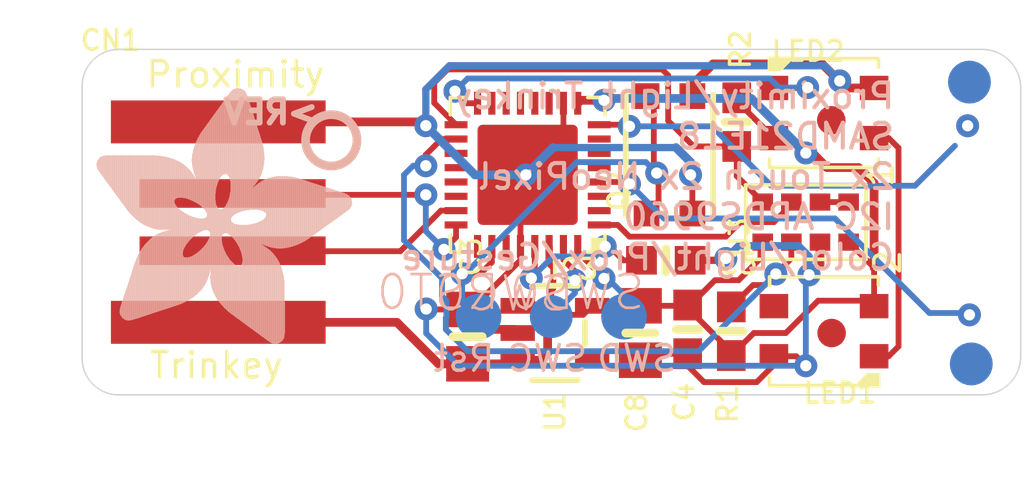
<source format=kicad_pcb>
(kicad_pcb (version 20211014) (generator pcbnew)
  (layers (0 "F.Cu" signal) (31 "B.Cu" signal) (34 "B.Paste" user) (35 "F.Paste" user) (36 "B.SilkS" user "B.Silkscreen") (37 "F.SilkS" user "F.Silkscreen") (38 "B.Mask" user) (39 "F.Mask" user) (44 "Edge.Cuts" user))
  (net 0 "")
  (net 1 "GND")
  (net 2 "D-")
  (net 3 "D+")
  (net 4 "VBUS")
  (net 5 "~{RESET}")
  (net 6 "3.3V")
  (net 7 "SWCLK")
  (net 8 "SWDIO")
  (net 9 "VDDCORE1")
  (net 10 "TOUCH2")
  (net 11 "TOUCH1")
  (net 12 "NEOPIX")
  (net 13 "SCL")
  (net 14 "SDA")
  (net 15 "INT")
  (net 16 "N$4")
  (net 17 "N$1")
  (footprint "boardEagle:BTN_KMR2_4.6X2.8" (layer "F.Cu") (at 152.62235 102.654144 90)
    (fp_text reference "Q2" (at -2.032 -1.778 90) (layer "F.SilkS") (effects (font (size 0.692831 0.692831) (thickness 0.119969)) (justify left)))
    (fp_text value "reset")
    (pad "A" smd rect (at 2.05 -0.8 90) (size 0.9 0.9) (layers "F.Cu" "F.Paste" "F.Mask") (net 5 "~{RESET}"))
    (pad "A'" smd rect (at -2.05 -0.8 90) (size 0.9 0.9) (layers "F.Cu" "F.Paste" "F.Mask") (net 5 "~{RESET}"))
    (pad "B" smd rect (at 2.05 0.8 90) (size 0.9 0.9) (layers "F.Cu" "F.Paste" "F.Mask") (net 1 "GND"))
    (pad "B'" smd rect (at -2.05 0.8 90) (size 0.9 0.9) (layers "F.Cu" "F.Paste" "F.Mask") (net 1 "GND"))
  )
  (footprint "boardEagle:0603-NO" (layer "F.Cu") (at 153.25735 108.750144 -90)
    (fp_text reference "C4" (at 1.778 0.127 90) (layer "F.SilkS") (effects (font (size 0.692831 0.692831) (thickness 0.119969)) (justify right)))
    (fp_text value "1uF")
    (pad "1" smd rect (at -0.85 0 270) (size 1.075 1) (layers "F.Cu" "F.Paste" "F.Mask") (net 6 "3.3V"))
    (pad "2" smd rect (at 0.85 0 270) (size 1.075 1) (layers "F.Cu" "F.Paste" "F.Mask") (net 1 "GND"))
  )
  (footprint "boardEagle:0805-NO" (layer "F.Cu") (at 145.57385 109.004144 90)
    (fp_text reference "C3" (at 2.032 0.127 90) (layer "F.SilkS") (effects (font (size 0.692831 0.692831) (thickness 0.119969)) (justify left)))
    (fp_text value "10uF")
    (pad "1" smd rect (at -0.95 0 90) (size 1.24 1.5) (layers "F.Cu" "F.Paste" "F.Mask") (net 4 "VBUS"))
    (pad "2" smd rect (at 0.95 0 90) (size 1.24 1.5) (layers "F.Cu" "F.Paste" "F.Mask") (net 1 "GND"))
  )
  (footprint "boardEagle:0603-NO" (layer "F.Cu") (at 154.97185 101.511144 90)
    (fp_text reference "R2" (at 1.778 0.127 90) (layer "F.SilkS") (effects (font (size 0.692831 0.692831) (thickness 0.119969)) (justify left)))
    (fp_text value "4.7K")
    (pad "1" smd rect (at -0.85 0 90) (size 1.075 1) (layers "F.Cu" "F.Paste" "F.Mask") (net 14 "SDA"))
    (pad "2" smd rect (at 0.85 0 90) (size 1.075 1) (layers "F.Cu" "F.Paste" "F.Mask") (net 6 "3.3V"))
  )
  (footprint "boardEagle:QFN32_5MM" (layer "F.Cu") (at 147.66935 103.352644 180)
    (fp_text reference "IC3" (at -2.54 -3.298) (layer "F.SilkS") (effects (font (size 0.692831 0.692831) (thickness 0.119969)) (justify right)))
    (fp_text value "ATSAMD21E")
    (pad "1" smd rect (at -2.5 -1.75 270) (size 0.25 0.8) (layers "F.Cu" "F.Paste") (net 15 "INT"))
    (pad "2" smd rect (at -2.5 -1.25 270) (size 0.25 0.8) (layers "F.Cu" "F.Paste"))
    (pad "3" smd rect (at -2.5 -0.75 270) (size 0.25 0.8) (layers "F.Cu" "F.Paste"))
    (pad "4" smd rect (at -2.5 -0.25 270) (size 0.25 0.8) (layers "F.Cu" "F.Paste") (net 10 "TOUCH2"))
    (pad "5" smd rect (at -2.5 0.25 270) (size 0.25 0.8) (layers "F.Cu" "F.Paste"))
    (pad "6" smd rect (at -2.5 0.75 270) (size 0.25 0.8) (layers "F.Cu" "F.Paste"))
    (pad "7" smd rect (at -2.5 1.25 270) (size 0.25 0.8) (layers "F.Cu" "F.Paste"))
    (pad "8" smd rect (at -2.5 1.75 270) (size 0.25 0.8) (layers "F.Cu" "F.Paste") (net 11 "TOUCH1"))
    (pad "9" smd rect (at -1.75 2.5) (size 0.25 0.8) (layers "F.Cu" "F.Paste") (net 6 "3.3V"))
    (pad "10" smd rect (at -1.25 2.5) (size 0.25 0.8) (layers "F.Cu" "F.Paste") (net 1 "GND"))
    (pad "11" smd rect (at -0.75 2.5) (size 0.25 0.8) (layers "F.Cu" "F.Paste"))
    (pad "12" smd rect (at -0.25 2.5) (size 0.25 0.8) (layers "F.Cu" "F.Paste"))
    (pad "13" smd rect (at 0.25 2.5) (size 0.25 0.8) (layers "F.Cu" "F.Paste"))
    (pad "14" smd rect (at 0.75 2.5) (size 0.25 0.8) (layers "F.Cu" "F.Paste"))
    (pad "15" smd rect (at 1.25 2.5) (size 0.25 0.8) (layers "F.Cu" "F.Paste"))
    (pad "16" smd rect (at 1.75 2.5) (size 0.25 0.8) (layers "F.Cu" "F.Paste") (net 12 "NEOPIX"))
    (pad "17" smd rect (at 2.5 1.75 90) (size 0.25 0.8) (layers "F.Cu" "F.Paste") (net 14 "SDA"))
    (pad "18" smd rect (at 2.5 1.25 90) (size 0.25 0.8) (layers "F.Cu" "F.Paste") (net 13 "SCL"))
    (pad "19" smd rect (at 2.5 0.75 90) (size 0.25 0.8) (layers "F.Cu" "F.Paste"))
    (pad "20" smd rect (at 2.5 0.25 90) (size 0.25 0.8) (layers "F.Cu" "F.Paste"))
    (pad "21" smd rect (at 2.5 -0.25 90) (size 0.25 0.8) (layers "F.Cu" "F.Paste"))
    (pad "22" smd rect (at 2.5 -0.75 90) (size 0.25 0.8) (layers "F.Cu" "F.Paste"))
    (pad "23" smd rect (at 2.5 -1.25 90) (size 0.25 0.8) (layers "F.Cu" "F.Paste") (net 2 "D-"))
    (pad "24" smd rect (at 2.5 -1.75 90) (size 0.25 0.8) (layers "F.Cu" "F.Paste") (net 3 "D+"))
    (pad "25" smd rect (at 1.75 -2.5 180) (size 0.25 0.8) (layers "F.Cu" "F.Paste"))
    (pad "26" smd rect (at 1.25 -2.5 180) (size 0.25 0.8) (layers "F.Cu" "F.Paste") (net 5 "~{RESET}"))
    (pad "27" smd rect (at 0.75 -2.5 180) (size 0.25 0.8) (layers "F.Cu" "F.Paste"))
    (pad "28" smd rect (at 0.25 -2.5 180) (size 0.25 0.8) (layers "F.Cu" "F.Paste") (net 1 "GND"))
    (pad "29" smd rect (at -0.25 -2.5 180) (size 0.25 0.8) (layers "F.Cu" "F.Paste") (net 9 "VDDCORE1"))
    (pad "30" smd rect (at -0.75 -2.5 180) (size 0.25 0.8) (layers "F.Cu" "F.Paste") (net 6 "3.3V"))
    (pad "31" smd rect (at -1.25 -2.5 180) (size 0.25 0.8) (layers "F.Cu" "F.Paste") (net 7 "SWCLK"))
    (pad "32" smd rect (at -1.75 -2.5 180) (size 0.25 0.8) (layers "F.Cu" "F.Paste") (net 8 "SWDIO"))
    (pad "33" smd roundrect (at 0 0 180) (size 3.5 3.5) (layers "F.Cu" "F.Mask") (roundrect_rratio 0.05) (net 1 "GND"))
  )
  (footprint "boardEagle:0805-NO" (layer "F.Cu") (at 151.60635 108.877144 -90)
    (fp_text reference "C8" (at 2.032 0.127 90) (layer "F.SilkS") (effects (font (size 0.692831 0.692831) (thickness 0.119969)) (justify right)))
    (fp_text value "10uF")
    (pad "1" smd rect (at -0.95 0 270) (size 1.24 1.5) (layers "F.Cu" "F.Paste" "F.Mask") (net 6 "3.3V"))
    (pad "2" smd rect (at 0.95 0 270) (size 1.24 1.5) (layers "F.Cu" "F.Paste" "F.Mask") (net 1 "GND"))
  )
  (footprint "boardEagle:FIDUCIAL_1MM" (layer "F.Cu") (at 158.28655 108.877144)
    (fp_text reference "FID2" hide)
    (fp_text value "FIDUCIAL_1MM" hide)
    (pad "1" smd roundrect (at 0 0) (size 1 1) (layers "F.Cu" "F.Mask") (roundrect_rratio 0.5))
  )
  (footprint "boardEagle:USBA_PCB" (layer "F.Cu") (at 137.06485 105.003644)
    (fp_text reference "CN1" (at -5.08 -6.35) (layer "F.SilkS") (effects (font (size 0.692831 0.692831) (thickness 0.119969)) (justify left)))
    (fp_text value "USB A")
    (pad "GND" smd rect (at -0.2 -3.5) (size 7.5 1.5) (layers "F.Cu" "F.Mask") (net 1 "GND"))
    (pad "USB_NEG" smd rect (at 0.3 1) (size 6.5 1) (layers "F.Cu" "F.Mask") (net 2 "D-"))
    (pad "USB_PLUS" smd rect (at 0.3 -1) (size 6.5 1) (layers "F.Cu" "F.Mask") (net 3 "D+"))
    (pad "VCC" smd rect (at -0.2 3.5) (size 7.5 1.5) (layers "F.Cu" "F.Mask") (net 4 "VBUS"))
  )
  (footprint "boardEagle:LED3535" (layer "F.Cu") (at 158.01985 108.813644 180)
    (fp_text reference "LED1" (at -1.905 -2.159) (layer "F.SilkS") (effects (font (size 0.692831 0.692831) (thickness 0.119969)) (justify right)))
    (fp_text value "WS2812B3535")
    (pad "1" smd rect (at -1.75 -0.875 270) (size 0.85 1) (layers "F.Cu" "F.Paste" "F.Mask") (net 17 "N$1"))
    (pad "2" smd rect (at -1.75 0.875 270) (size 0.85 1) (layers "F.Cu" "F.Paste" "F.Mask") (net 6 "3.3V"))
    (pad "3" smd rect (at 1.75 0.875 270) (size 0.85 1) (layers "F.Cu" "F.Paste" "F.Mask"))
    (pad "4" smd rect (at 1.75 -0.875 270) (size 0.85 1) (layers "F.Cu" "F.Paste" "F.Mask") (net 1 "GND"))
  )
  (footprint "boardEagle:0603-NO" (layer "F.Cu") (at 152.49535 106.337144)
    (fp_text reference "C5" (at 1.778 0.127) (layer "F.SilkS") (effects (font (size 0.692831 0.692831) (thickness 0.119969)) (justify left)))
    (fp_text value "1uF")
    (pad "1" smd rect (at -0.85 0) (size 1.075 1) (layers "F.Cu" "F.Paste" "F.Mask") (net 9 "VDDCORE1"))
    (pad "2" smd rect (at 0.85 0) (size 1.075 1) (layers "F.Cu" "F.Paste" "F.Mask") (net 1 "GND"))
  )
  (footprint "boardEagle:FIDUCIAL_1MM" (layer "F.Cu") (at 158.27385 101.447644)
    (fp_text reference "FID1" hide)
    (fp_text value "FIDUCIAL_1MM" hide)
    (pad "1" smd roundrect (at 0 0) (size 1 1) (layers "F.Cu" "F.Mask") (roundrect_rratio 0.5))
  )
  (footprint "boardEagle:APDS-9960" (layer "F.Cu") (at 157.38485 105.003644 90)
    (fp_text reference "U3" (at -1.3 -2.3 90) (layer "F.SilkS") (effects (font (size 0.692831 0.692831) (thickness 0.119969)) (justify left)))
    (fp_text value "APDS-9960")
    (pad "1" smd rect (at 0.7 -1.505 90) (size 0.6 0.72) (layers "F.Cu" "F.Paste" "F.Mask") (net 14 "SDA"))
    (pad "2" smd rect (at 0.7 -0.505 90) (size 0.6 0.72) (layers "F.Cu" "F.Paste" "F.Mask") (net 15 "INT"))
    (pad "3" smd rect (at 0.7 0.495 90) (size 0.6 0.72) (layers "F.Cu" "F.Paste" "F.Mask") (net 16 "N$4"))
    (pad "4" smd rect (at 0.7 1.495 90) (size 0.6 0.72) (layers "F.Cu" "F.Paste" "F.Mask") (net 16 "N$4"))
    (pad "5" smd rect (at -0.7 1.495 90) (size 0.6 0.72) (layers "F.Cu" "F.Paste" "F.Mask") (net 6 "3.3V"))
    (pad "6" smd rect (at -0.7 0.495 90) (size 0.6 0.72) (layers "F.Cu" "F.Paste" "F.Mask") (net 1 "GND"))
    (pad "7" smd rect (at -0.7 -0.505 90) (size 0.6 0.72) (layers "F.Cu" "F.Paste" "F.Mask") (net 13 "SCL"))
    (pad "8" smd rect (at -0.7 -1.505 90) (size 0.6 0.72) (layers "F.Cu" "F.Paste" "F.Mask") (net 6 "3.3V"))
  )
  (footprint "boardEagle:LED3535" (layer "F.Cu") (at 158.01985 101.193644)
    (fp_text reference "LED2" (at -1.905 -2.159) (layer "F.SilkS") (effects (font (size 0.692831 0.692831) (thickness 0.119969)) (justify left)))
    (fp_text value "WS2812B3535")
    (pad "1" smd rect (at -1.75 -0.875 90) (size 0.85 1) (layers "F.Cu" "F.Paste" "F.Mask") (net 12 "NEOPIX"))
    (pad "2" smd rect (at -1.75 0.875 90) (size 0.85 1) (layers "F.Cu" "F.Paste" "F.Mask") (net 6 "3.3V"))
    (pad "3" smd rect (at 1.75 0.875 90) (size 0.85 1) (layers "F.Cu" "F.Paste" "F.Mask") (net 17 "N$1"))
    (pad "4" smd rect (at 1.75 -0.875 90) (size 0.85 1) (layers "F.Cu" "F.Paste" "F.Mask") (net 1 "GND"))
  )
  (footprint "boardEagle:SOT23-5" (layer "F.Cu") (at 148.62185 108.877144 -90)
    (fp_text reference "U1" (at 1.978 0 90) (layer "F.SilkS") (effects (font (size 0.692831 0.692831) (thickness 0.119969)) (justify right)))
    (fp_text value "AP2112K-3.3")
    (pad "1" smd rect (at -0.95 1.3001 270) (size 0.55 1.2) (layers "F.Cu" "F.Paste" "F.Mask") (net 4 "VBUS"))
    (pad "2" smd rect (at 0 1.3001 270) (size 0.55 1.2) (layers "F.Cu" "F.Paste" "F.Mask") (net 1 "GND"))
    (pad "3" smd rect (at 0.95 1.3001 270) (size 0.55 1.2) (layers "F.Cu" "F.Paste" "F.Mask") (net 4 "VBUS"))
    (pad "4" smd rect (at 0.95 -1.3001 270) (size 0.55 1.2) (layers "F.Cu" "F.Paste" "F.Mask"))
    (pad "5" smd rect (at -0.95 -1.3001 270) (size 0.55 1.2) (layers "F.Cu" "F.Paste" "F.Mask") (net 6 "3.3V"))
  )
  (footprint "boardEagle:0603-NO" (layer "F.Cu") (at 154.78135 108.813644 -90)
    (fp_text reference "R1" (at 1.778 0.127 90) (layer "F.SilkS") (effects (font (size 0.692831 0.692831) (thickness 0.119969)) (justify right)))
    (fp_text value "4.7K")
    (pad "1" smd rect (at -0.85 0 270) (size 1.075 1) (layers "F.Cu" "F.Paste" "F.Mask") (net 13 "SCL"))
    (pad "2" smd rect (at 0.85 0 270) (size 1.075 1) (layers "F.Cu" "F.Paste" "F.Mask") (net 6 "3.3V"))
  )
  (footprint "boardEagle:ADAFRUIT_9MM" (layer "B.Cu") (at 132.61985 109.258144 90)
    (fp_text reference "U$10" hide)
    (fp_text value "" hide)
  )
  (footprint "boardEagle:TP15R" (layer "B.Cu") (at 148.49485 108.305644 180)
    (fp_text reference "SWC0" (at -0.7501 0.8001) (layer "B.SilkS") (effects (font (size 1.176528 1.176528) (thickness 0.093472)) (justify left mirror)))
    (fp_text value "TPTP15R")
    (pad "TP" smd roundrect (at 0 0 180) (size 1.5 1.5) (layers "B.Cu" "B.Mask") (roundrect_rratio 0.5) (net 7 "SWCLK"))
  )
  (footprint "boardEagle:PCBFEAT-REV-040" (layer "B.Cu") (at 140.81135 102.146144)
    (fp_text reference "U$8" hide)
    (fp_text value "" hide)
    (fp_text user ">REV" (at -0.3556 -0.508 180) (layer "B.SilkS") (effects (font (size 0.8128 0.8128) (thickness 0.2032)) (justify left bottom mirror)))
  )
  (footprint "boardEagle:TESTPOINT_ROUND_1.5MM_NO" (layer "B.Cu") (at 163.16335 109.956644 180)
    (fp_text reference "TP1" hide)
    (fp_text value "" hide)
    (pad "P$1" smd roundrect (at 0 0 180) (size 1.5 1.5) (layers "B.Cu" "B.Mask") (roundrect_rratio 0.5) (net 10 "TOUCH2"))
  )
  (footprint "boardEagle:TESTPOINT_ROUND_1.5MM_NO" (layer "B.Cu") (at 163.09985 100.114144 180)
    (fp_text reference "TP2" hide)
    (fp_text value "" hide)
    (pad "P$1" smd roundrect (at 0 0 180) (size 1.5 1.5) (layers "B.Cu" "B.Mask") (roundrect_rratio 0.5) (net 11 "TOUCH1"))
  )
  (footprint "boardEagle:TP16R" (layer "B.Cu") (at 145.95485 108.305644 180)
    (fp_text reference "RST0" (at -0.8001 0.8499) (layer "B.SilkS") (effects (font (size 1.176528 1.176528) (thickness 0.093472)) (justify left mirror)))
    (fp_text value "TPTP16R")
    (pad "TP" smd roundrect (at 0 0 180) (size 1.6 1.6) (layers "B.Cu" "B.Mask") (roundrect_rratio 0.5) (net 5 "~{RESET}"))
  )
  (footprint "boardEagle:TP16R" (layer "B.Cu") (at 151.03485 108.305644 180)
    (fp_text reference "SWD0" (at -0.8001 0.8499) (layer "B.SilkS") (effects (font (size 1.176528 1.176528) (thickness 0.093472)) (justify left mirror)))
    (fp_text value "TPTP16R")
    (pad "TP" smd roundrect (at 0 0 180) (size 1.6 1.6) (layers "B.Cu" "B.Mask") (roundrect_rratio 0.5) (net 8 "SWDIO"))
  )
  (gr_line (start 163.54035 111.036144) (end 133.38185 111.036144) (layer "Edge.Cuts") (width 0.05))
  (gr_arc (start 163.540268 98.971144) (mid 164.49492 99.366574) (end 164.89035 100.321226) (layer "Edge.Cuts") (width 0.05))
  (gr_arc (start 132.11185 100.241144) (mid 132.498824 99.336905) (end 133.41185 98.971144) (layer "Edge.Cuts") (width 0.05))
  (gr_line (start 164.89035 100.321226) (end 164.89035 109.686144) (layer "Edge.Cuts") (width 0.05))
  (gr_line (start 132.11185 109.766144) (end 132.11185 100.241144) (layer "Edge.Cuts") (width 0.05))
  (gr_line (start 133.41185 98.971144) (end 163.540268 98.971144) (layer "Edge.Cuts") (width 0.05))
  (gr_arc (start 164.89035 109.686144) (mid 164.494944 110.640738) (end 163.54035 111.036144) (layer "Edge.Cuts") (width 0.05))
  (gr_arc (start 133.38185 111.036144) (mid 132.483824 110.66417) (end 132.11185 109.766144) (layer "Edge.Cuts") (width 0.05))
  (gr_text "Rst" (at 145.44685 109.766144) (layer "B.SilkS") (effects (font (size 0.89408 0.89408) (thickness 0.12192)) (justify mirror)))
  (gr_text "SWC" (at 148.36785 109.766144) (layer "B.SilkS") (effects (font (size 0.89408 0.89408) (thickness 0.12192)) (justify mirror)))
  (gr_text "Proximity/Light Trinkey\nSAMD21E18\n2x Touch 2x NeoPixel\nI2C APDS9960\nColor/Light/Prox/Gesture" (at 160.55985 103.416144) (layer "B.SilkS") (effects (font (size 0.87376 0.87376) (thickness 0.14224)) (justify left mirror)))
  (gr_text "SWD" (at 151.47935 109.766144) (layer "B.SilkS") (effects (font (size 0.89408 0.89408) (thickness 0.12192)) (justify mirror)))
  (gr_text "2" (at 160.24235 106.400644 90) (layer "F.SilkS") (effects (font (size 0.89408 0.89408) (thickness 0.12192))))
  (gr_text "Trinkey" (at 134.39785 110.528144) (layer "F.SilkS") (effects (font (size 0.89408 0.89408) (thickness 0.12192)) (justify left bottom)))
  (gr_text "Proximity" (at 134.27085 100.368144) (layer "F.SilkS") (effects (font (size 0.89408 0.89408) (thickness 0.12192)) (justify left bottom)))
  (gr_text "1" (at 159.98835 103.352644 90) (layer "F.SilkS") (effects (font (size 0.89408 0.89408) (thickness 0.12192))))
  (segment (start 147.41935 105.852644) (end 147.41935 106.333144) (width 0.2032) (layer "F.Cu") (net 1))
  (segment (start 156.26985 109.992144) (end 155.67035 110.591644) (width 0.2032) (layer "F.Cu") (net 1))
  (segment (start 158.548659 100.071454) (end 158.40085 99.923644) (width 0.254) (layer "F.Cu") (net 1))
  (segment (start 145.19285 108.054144) (end 144.14125 108.054144) (width 0.2032) (layer "F.Cu") (net 1))
  (segment (start 153.35885 103.352644) (end 153.42235 103.416144) (width 0.2032) (layer "F.Cu") (net 1))
  (segment (start 148.91935 102.102644) (end 147.66935 103.352644) (width 0.2032) (layer "F.Cu") (net 1))
  (segment (start 148.91935 100.852644) (end 148.91935 102.102644) (width 0.2032) (layer "F.Cu") (net 1))
  (segment (start 158.57054 100.071454) (end 158.548659 100.071454) (width 0.254) (layer "F.Cu") (net 1))
  (segment (start 145.8901 108.370394) (end 146.26985 108.750144) (width 0.3048) (layer "F.Cu") (net 1))
  (segment (start 145.69835 108.054144) (end 145.95485 107.797644) (width 0.254) (layer "F.Cu") (net 1))
  (segment (start 153.42235 103.416144) (end 153.42235 104.704144) (width 0.2032) (layer "F.Cu") (net 1))
  (segment (start 158.65485 100.155763) (end 158.65485 100.177648) (width 0.254) (layer "F.Cu") (net 1))
  (segment (start 151.60635 109.827144) (end 151.83335 109.600144) (width 0.2032) (layer "F.Cu") (net 1))
  (segment (start 145.57385 108.054144) (end 145.69835 108.054144) (width 0.254) (layer "F.Cu") (net 1))
  (segment (start 158.79585 100.318644) (end 158.40085 99.923644) (width 0.3048) (layer "F.Cu") (net 1))
  (segment (start 154.52735 106.337144) (end 153.34535 106.337144) (width 0.254) (layer "F.Cu") (net 1))
  (segment (start 156.26985 109.688644) (end 156.36885 109.688644) (width 0.254) (layer "F.Cu") (net 1))
  (segment (start 153.25735 110.020144) (end 153.25735 109.600144) (width 0.2032) (layer "F.Cu") (net 1))
  (segment (start 159.76985 100.318644) (end 158.79585 100.318644) (width 0.3048) (layer "F.Cu") (net 1))
  (segment (start 144.11335 101.636394) (end 143.9806 101.503644) (width 0.3048) (layer "F.Cu") (net 1))
  (segment (start 157.49885 106.845144) (end 157.87985 106.464144) (width 0.3048) (layer "F.Cu") (net 1))
  (segment (start 157.053346 109.688644) (end 157.289596 109.924894) (width 0.2032) (layer "F.Cu") (net 1))
  (segment (start 153.42235 100.203144) (end 153.42235 100.604144) (width 0.3048) (layer "F.Cu") (net 1))
  (segment (start 153.82885 110.591644) (end 153.25735 110.020144) (width 0.2032) (layer "F.Cu") (net 1))
  (segment (start 146.26985 108.750144) (end 147.19475 108.750144) (width 0.3048) (layer "F.Cu") (net 1))
  (segment (start 155.67035 110.591644) (end 153.82885 110.591644) (width 0.2032) (layer "F.Cu") (net 1))
  (segment (start 147.66935 103.352644) (end 147.60585 103.352644) (width 0.254) (layer "F.Cu") (net 1))
  (segment (start 147.19475 108.750144) (end 147.32175 108.877144) (width 0.3048) (layer "F.Cu") (net 1))
  (segment (start 145.57385 108.054144) (end 145.19285 108.054144) (width 0.254) (layer "F.Cu") (net 1))
  (segment (start 158.57054 100.071454) (end 158.65485 100.155763) (width 0.254) (layer "F.Cu") (net 1))
  (segment (start 154.59085 106.273644) (end 154.52735 106.337144) (width 0.254) (layer "F.Cu") (net 1))
  (segment (start 147.41935 105.852644) (end 147.41935 103.539144) (width 0.2032) (layer "F.Cu") (net 1))
  (segment (start 153.25735 109.600144) (end 151.83335 109.600144) (width 0.2032) (layer "F.Cu") (net 1))
  (segment (start 158.40085 99.923644) (end 157.95635 99.479144) (width 0.3048) (layer "F.Cu") (net 1))
  (segment (start 147.605843 103.352651) (end 147.41935 103.539144) (width 0.2032) (layer "F.Cu") (net 1))
  (segment (start 147.66935 103.352644) (end 147.669343 103.352651) (width 0.254) (layer "F.Cu") (net 1))
  (segment (start 157.384846 110.020144) (end 157.289596 109.924894) (width 0.254) (layer "F.Cu") (net 1))
  (segment (start 145.95485 107.797644) (end 147.41935 106.333144) (width 0.2032) (layer "F.Cu") (net 1))
  (segment (start 154.14635 99.479144) (end 153.42235 100.203144) (width 0.3048) (layer "F.Cu") (net 1))
  (segment (start 157.87985 105.703644) (end 157.87985 106.464144) (width 0.3048) (layer "F.Cu") (net 1))
  (segment (start 143.9806 101.503644) (end 136.86485 101.503644) (width 0.3048) (layer "F.Cu") (net 1))
  (segment (start 156.26985 109.829644) (end 156.26985 109.992144) (width 0.2032) (layer "F.Cu") (net 1))
  (segment (start 156.26985 109.688644) (end 156.26985 109.829644) (width 0.254) (layer "F.Cu") (net 1))
  (segment (start 157.95635 99.479144) (end 154.14635 99.479144) (width 0.3048) (layer "F.Cu") (net 1))
  (segment (start 144.12605 108.038944) (end 144.14125 108.054144) (width 0.2032) (layer "F.Cu") (net 1))
  (segment (start 157.38485 110.020144) (end 157.384846 110.020144) (width 0.254) (layer "F.Cu") (net 1))
  (segment (start 147.669343 103.352651) (end 147.605843 103.352651) (width 0.254) (layer "F.Cu") (net 1))
  (segment (start 156.36885 109.688644) (end 157.053346 109.688644) (width 0.2032) (layer "F.Cu") (net 1))
  (segment (start 145.57385 108.054144) (end 145.8901 108.370394) (width 0.254) (layer "F.Cu") (net 1))
  (via (at 154.59085 106.273644) (size 0.8001) (drill 0.3937) (layers "F.Cu" "B.Cu") (net 1))
  (via (at 144.11335 101.636394) (size 0.8001) (drill 0.3937) (layers "F.Cu" "B.Cu") (net 1))
  (via (at 153.35885 103.352644) (size 0.8001) (drill 0.3937) (layers "F.Cu" "B.Cu") (net 1))
  (via (at 157.49885 106.845144) (size 0.8001) (drill 0.3937) (layers "F.Cu" "B.Cu") (net 1))
  (via (at 157.38485 110.020144) (size 0.8001) (drill 0.3937) (layers "F.Cu" "B.Cu") (net 1))
  (via (at 144.12605 108.038944) (size 0.8001) (drill 0.3937) (layers "F.Cu" "B.Cu") (net 1))
  (via (at 158.57054 100.071454) (size 0.8001) (drill 0.3937) (layers "F.Cu" "B.Cu") (net 1))
  (via (at 147.60585 103.352644) (size 0.8001) (drill 0.3937) (layers "F.Cu" "B.Cu") (net 1))
  (segment (start 154.59085 106.273644) (end 155.03535 105.829144) (width 0.254) (layer "B.Cu") (net 1))
  (segment (start 144.93885 99.542644) (end 144.11335 100.368144) (width 0.254) (layer "B.Cu") (net 1))
  (segment (start 153.35885 102.908144) (end 153.35885 103.352644) (width 0.3048) (layer "B.Cu") (net 1))
  (segment (start 158.570537 100.071454) (end 158.041731 99.542644) (width 0.254) (layer "B.Cu") (net 1))
  (segment (start 158.57054 100.071454) (end 158.570537 100.071454) (width 0.254) (layer "B.Cu") (net 1))
  (segment (start 144.93885 99.542644) (end 158.041731 99.542644) (width 0.254) (layer "B.Cu") (net 1))
  (segment (start 145.8296 103.352644) (end 144.11335 101.636394) (width 0.3048) (layer "B.Cu") (net 1))
  (segment (start 147.60585 103.352644) (end 147.22485 103.352644) (width 0.254) (layer "B.Cu") (net 1))
  (segment (start 145.25635 110.020144) (end 144.12605 108.889844) (width 0.2032) (layer "B.Cu") (net 1))
  (segment (start 157.130853 105.829144) (end 157.498846 106.19714) (width 0.254) (layer "B.Cu") (net 1))
  (segment (start 157.498846 106.19714) (end 157.49885 106.845144) (width 0.254) (layer "B.Cu") (net 1))
  (segment (start 148.55835 102.400144) (end 152.85085 102.400144) (width 0.254) (layer "B.Cu") (net 1))
  (segment (start 157.38485 110.020144) (end 157.13085 110.020144) (width 0.254) (layer "B.Cu") (net 1))
  (segment (start 157.38485 109.829644) (end 157.38485 106.959144) (width 0.2032) (layer "B.Cu") (net 1))
  (segment (start 147.22485 103.352644) (end 145.8296 103.352644) (width 0.3048) (layer "B.Cu") (net 1))
  (segment (start 157.38485 110.020144) (end 157.38485 109.829644) (width 0.254) (layer "B.Cu") (net 1))
  (segment (start 144.12605 108.889844) (end 144.12605 108.038944) (width 0.2032) (layer "B.Cu") (net 1))
  (segment (start 147.60585 103.352644) (end 147.73285 103.225644) (width 0.254) (layer "B.Cu") (net 1))
  (segment (start 157.130853 105.829144) (end 155.03535 105.829144) (width 0.254) (layer "B.Cu") (net 1))
  (segment (start 157.38485 106.959144) (end 157.49885 106.845144) (width 0.2032) (layer "B.Cu") (net 1))
  (segment (start 144.11335 101.636394) (end 144.11335 100.368144) (width 0.254) (layer "B.Cu") (net 1))
  (segment (start 147.73285 103.225644) (end 148.55835 102.400144) (width 0.3048) (layer "B.Cu") (net 1))
  (segment (start 153.35885 102.908144) (end 152.85085 102.400144) (width 0.3048) (layer "B.Cu") (net 1))
  (segment (start 157.13085 110.020144) (end 145.25635 110.020144) (width 0.2032) (layer "B.Cu") (net 1))
  (segment (start 145.16935 104.602644) (end 144.64135 104.602644) (width 0.2032) (layer "F.Cu") (net 2))
  (segment (start 137.380846 106.01964) (end 137.36485 106.003644) (width 0.2032) (layer "F.Cu") (net 2))
  (segment (start 144.64135 104.602644) (end 143.224353 106.019637) (width 0.2032) (layer "F.Cu") (net 2))
  (segment (start 143.224353 106.019637) (end 137.380846 106.01964) (width 0.2032) (layer "F.Cu") (net 2))
  (segment (start 138.08085 103.987644) (end 137.38085 103.987644) (width 0.2032) (layer "F.Cu") (net 3))
  (segment (start 138.14435 104.051144) (end 138.08085 103.987644) (width 0.2032) (layer "F.Cu") (net 3))
  (segment (start 145.16935 105.102644) (end 145.16935 105.535144) (width 0.2032) (layer "F.Cu") (net 3))
  (segment (start 144.11295 104.051144) (end 143.92285 104.051144) (width 0.254) (layer "F.Cu") (net 3))
  (segment (start 137.38085 103.987644) (end 137.36485 104.003644) (width 0.2032) (layer "F.Cu") (net 3))
  (segment (start 143.92285 104.051144) (end 138.14435 104.051144) (width 0.2032) (layer "F.Cu") (net 3))
  (segment (start 145.16935 105.535144) (end 144.74835 105.956144) (width 0.2032) (layer "F.Cu") (net 3))
  (via (at 144.11295 104.051144) (size 0.8001) (drill 0.3937) (layers "F.Cu" "B.Cu") (net 3))
  (via (at 144.74835 105.956144) (size 0.8001) (drill 0.3937) (layers "F.Cu" "B.Cu") (net 3))
  (segment (start 144.74835 105.956144) (end 144.11295 105.320744) (width 0.2032) (layer "B.Cu") (net 3))
  (segment (start 144.11295 105.320744) (end 144.11295 104.051144) (width 0.2032) (layer "B.Cu") (net 3))
  (segment (start 148.05285 107.927144) (end 147.32175 107.927144) (width 0.3048) (layer "F.Cu") (net 4))
  (segment (start 148.11635 109.827144) (end 148.36785 109.575644) (width 0.3048) (layer "F.Cu") (net 4))
  (segment (start 147.47885 109.827144) (end 148.11635 109.827144) (width 0.3048) (layer "F.Cu") (net 4))
  (segment (start 148.36785 108.242144) (end 148.05285 107.927144) (width 0.3048) (layer "F.Cu") (net 4))
  (segment (start 147.32175 109.827144) (end 147.47885 109.827144) (width 0.254) (layer "F.Cu") (net 4))
  (segment (start 136.86485 108.503644) (end 143.10485 108.503644) (width 0.3048) (layer "F.Cu") (net 4))
  (segment (start 147.19475 109.954144) (end 145.57385 109.954144) (width 0.3048) (layer "F.Cu") (net 4))
  (segment (start 144.55535 109.954144) (end 145.57385 109.954144) (width 0.3048) (layer "F.Cu") (net 4))
  (segment (start 148.36785 109.575644) (end 148.36785 108.242144) (width 0.3048) (layer "F.Cu") (net 4))
  (segment (start 147.32175 109.827144) (end 147.19475 109.954144) (width 0.254) (layer "F.Cu") (net 4))
  (segment (start 143.10485 108.503644) (end 144.55535 109.954144) (width 0.3048) (layer "F.Cu") (net 4))
  (segment (start 152.17785 103.289144) (end 152.24135 103.352644) (width 0.2032) (layer "F.Cu") (net 5))
  (segment (start 151.82235 100.604144) (end 152.07635 100.858144) (width 0.2032) (layer "F.Cu") (net 5))
  (segment (start 152.07635 100.858144) (end 152.07635 103.289144) (width 0.2032) (layer "F.Cu") (net 5))
  (segment (start 146.41935 105.852644) (end 146.41935 106.404244) (width 0.2032) (layer "F.Cu") (net 5))
  (segment (start 146.41935 106.404244) (end 146.01835 106.805244) (width 0.2032) (layer "F.Cu") (net 5))
  (segment (start 151.82235 104.704144) (end 152.24135 104.285144) (width 0.2032) (layer "F.Cu") (net 5))
  (segment (start 145.38335 106.805244) (end 146.01835 106.805244) (width 0.2032) (layer "F.Cu") (net 5))
  (segment (start 152.24135 103.352644) (end 152.24135 104.285144) (width 0.2032) (layer "F.Cu") (net 5))
  (segment (start 152.07635 103.289144) (end 152.17785 103.289144) (width 0.2032) (layer "F.Cu") (net 5))
  (via (at 145.38335 106.805244) (size 0.8001) (drill 0.3937) (layers "F.Cu" "B.Cu") (net 5))
  (via (at 152.17785 103.289144) (size 0.8001) (drill 0.3937) (layers "F.Cu" "B.Cu") (net 5))
  (segment (start 151.79685 102.908144) (end 152.17785 103.289144) (width 0.2032) (layer "B.Cu") (net 5))
  (segment (start 145.38335 106.805244) (end 145.48675 106.805244) (width 0.2032) (layer "B.Cu") (net 5))
  (segment (start 145.38335 107.734144) (end 145.38335 106.805244) (width 0.2032) (layer "B.Cu") (net 5))
  (segment (start 145.48675 106.805244) (end 149.38385 102.908144) (width 0.2032) (layer "B.Cu") (net 5))
  (segment (start 151.79685 102.908144) (end 149.38385 102.908144) (width 0.2032) (layer "B.Cu") (net 5))
  (segment (start 145.95485 108.305644) (end 145.38335 107.734144) (width 0.254) (layer "B.Cu") (net 5))
  (segment (start 154.78135 109.528594) (end 153.25735 108.004594) (width 0.2032) (layer "F.Cu") (net 6))
  (segment (start 149.41935 100.852644) (end 149.52285 100.749144) (width 0.3048) (layer "F.Cu") (net 6))
  (segment (start 159.76985 106.593644) (end 159.76985 107.938644) (width 0.2032) (layer "F.Cu") (net 6))
  (segment (start 157.32135 102.590644) (end 156.85585 102.125144) (width 0.254) (layer "F.Cu") (net 6))
  (segment (start 148.41935 106.424544) (end 148.41935 106.460456) (width 0.2032) (layer "F.Cu") (net 6))
  (segment (start 154.213375 107.032119) (end 155.038875 107.032119) (width 0.2032) (layer "F.Cu") (net 6))
  (segment (start 155.800875 105.571619) (end 155.737375 105.635119) (width 0.2032) (layer "F.Cu") (net 6))
  (segment (start 155.56785 108.877144) (end 156.68635 108.877144) (width 0.2032) (layer "F.Cu") (net 6))
  (segment (start 151.60635 107.927144) (end 153.23035 107.927144) (width 0.2032) (layer "F.Cu") (net 6))
  (segment (start 148.41935 106.460456) (end 148.565743 106.60685) (width 0.2032) (layer "F.Cu") (net 6))
  (segment (start 158.12535 103.098644) (end 159.22635 103.098644) (width 0.3048) (layer "F.Cu") (net 6))
  (segment (start 155.800875 106.270119) (end 155.038875 107.032119) (width 0.2032) (layer "F.Cu") (net 6))
  (segment (start 156.85585 102.125144) (end 156.32635 102.125144) (width 0.3048) (layer "F.Cu") (net 6))
  (segment (start 155.737375 105.635119) (end 155.87985 105.635119) (width 0.2032) (layer "F.Cu") (net 6))
  (segment (start 159.22635 103.098644) (end 159.76985 103.642144) (width 0.3048) (layer "F.Cu") (net 6))
  (segment (start 156.26985 102.068644) (end 156.32635 102.125144) (width 0.3048) (layer "F.Cu") (net 6))
  (segment (start 157.38485 102.590644) (end 157.44835 102.654144) (width 0.3048) (layer "F.Cu") (net 6))
  (segment (start 154.213375 107.032119) (end 153.34535 107.900144) (width 0.2032) (layer "F.Cu") (net 6))
  (segment (start 157.38485 102.590644) (end 157.32135 102.590644) (width 0.254) (layer "F.Cu") (net 6))
  (segment (start 148.49485 107.670644) (end 149.06635 108.242144) (width 0.2032) (layer "F.Cu") (net 6))
  (segment (start 155.800875 105.571619) (end 155.800875 106.270119) (width 0.2032) (layer "F.Cu") (net 6))
  (segment (start 158.12535 103.098644) (end 157.68085 102.654144) (width 0.3048) (layer "F.Cu") (net 6))
  (segment (start 157.81535 107.748144) (end 159.57935 107.748144) (width 0.2032) (layer "F.Cu") (net 6))
  (segment (start 148.49485 107.388669) (end 148.49485 107.670644) (width 0.2032) (layer "F.Cu") (net 6))
  (segment (start 158.87985 105.703644) (end 159.76985 106.593644) (width 0.2032) (layer "F.Cu") (net 6))
  (segment (start 159.57935 107.748144) (end 159.76985 107.938644) (width 0.2032) (layer "F.Cu") (net 6))
  (segment (start 149.06635 108.242144) (end 149.60695 108.242144) (width 0.2032) (layer "F.Cu") (net 6))
  (segment (start 153.25735 108.004594) (end 153.25735 107.900144) (width 0.2032) (layer "F.Cu") (net 6))
  (segment (start 148.565743 106.60685) (end 148.565743 107.317775) (width 0.2032) (layer "F.Cu") (net 6))
  (segment (start 149.52285 100.749144) (end 150.33635 100.749144) (width 0.3048) (layer "F.Cu") (net 6))
  (segment (start 154.78135 109.663644) (end 155.56785 108.877144) (width 0.2032) (layer "F.Cu") (net 6))
  (segment (start 149.60695 108.242144) (end 149.92195 107.927144) (width 0.2032) (layer "F.Cu") (net 6))
  (segment (start 149.92195 107.927144) (end 151.60635 107.927144) (width 0.3048) (layer "F.Cu") (net 6))
  (segment (start 154.97185 100.661144) (end 154.97185 100.770644) (width 0.2032) (layer "F.Cu") (net 6))
  (segment (start 148.565743 107.317775) (end 148.49485 107.388669) (width 0.2032) (layer "F.Cu") (net 6))
  (segment (start 153.23035 107.927144) (end 153.25735 107.900144) (width 0.2032) (layer "F.Cu") (net 6))
  (segment (start 148.41935 105.852644) (end 148.41935 106.424544) (width 0.254) (layer "F.Cu") (net 6))
  (segment (start 156.68635 108.877144) (end 157.81535 107.748144) (width 0.2032) (layer "F.Cu") (net 6))
  (segment (start 159.76985 103.642144) (end 159.76985 106.593644) (width 0.3048) (layer "F.Cu") (net 6))
  (segment (start 154.97185 100.770644) (end 156.26985 102.068644) (width 0.2032) (layer "F.Cu") (net 6))
  (segment (start 155.87985 105.635119) (end 155.87985 105.703644) (width 0.2032) (layer "F.Cu") (net 6))
  (segment (start 153.25735 107.900144) (end 153.34535 107.900144) (width 0.2032) (layer "F.Cu") (net 6))
  (segment (start 154.78135 109.663644) (end 154.78135 109.528594) (width 0.2032) (layer "F.Cu") (net 6))
  (segment (start 157.68085 102.654144) (end 157.44835 102.654144) (width 0.3048) (layer "F.Cu") (net 6))
  (via (at 157.38485 102.590644) (size 0.8001) (drill 0.3937) (layers "F.Cu" "B.Cu") (net 6))
  (via (at 150.33635 100.749144) (size 0.8001) (drill 0.3937) (layers "F.Cu" "B.Cu") (net 6))
  (segment (start 155.47985 100.685644) (end 157.38485 102.590644) (width 0.3048) (layer "B.Cu") (net 6))
  (segment (start 155.47985 100.685644) (end 150.39985 100.685644) (width 0.3048) (layer "B.Cu") (net 6))
  (segment (start 150.33635 100.749144) (end 150.39985 100.685644) (width 0.3048) (layer "B.Cu") (net 6))
  (segment (start 149.32035 106.718144) (end 148.91935 106.317144) (width 0.2032) (layer "F.Cu") (net 7))
  (segment (start 149.32035 106.718144) (end 149.32035 107.035644) (width 0.2032) (layer "F.Cu") (net 7))
  (segment (start 148.91935 105.852644) (end 148.91935 106.317144) (width 0.2032) (layer "F.Cu") (net 7))
  (via (at 149.32035 107.035644) (size 0.8001) (drill 0.3937) (layers "F.Cu" "B.Cu") (net 7))
  (segment (start 149.32035 107.480144) (end 148.49485 108.305644) (width 0.2032) (layer "B.Cu") (net 7))
  (segment (start 149.32035 107.035644) (end 149.32035 107.480144) (width 0.2032) (layer "B.Cu") (net 7))
  (segment (start 150.33635 106.972144) (end 150.33635 106.960144) (width 0.2032) (layer "F.Cu") (net 8))
  (segment (start 149.41935 105.852644) (end 149.41935 106.043144) (width 0.2032) (layer "F.Cu") (net 8))
  (segment (start 150.33635 106.960144) (end 149.41935 106.043144) (width 0.2032) (layer "F.Cu") (net 8))
  (via (at 150.33635 106.972144) (size 0.8001) (drill 0.3937) (layers "F.Cu" "B.Cu") (net 8))
  (segment (start 150.33635 106.972144) (end 150.46335 106.972144) (width 0.2032) (layer "B.Cu") (net 8))
  (segment (start 151.03485 107.543644) (end 150.46335 106.972144) (width 0.2032) (layer "B.Cu") (net 8))
  (segment (start 151.03485 107.543644) (end 151.03485 108.305644) (width 0.2032) (layer "B.Cu") (net 8))
  (segment (start 147.91935 106.840356) (end 147.79739 106.962315) (width 0.2032) (layer "F.Cu") (net 9))
  (segment (start 147.91935 105.852644) (end 147.91935 106.840356) (width 0.2032) (layer "F.Cu") (net 9))
  (segment (start 151.01035 106.337144) (end 150.525443 105.852237) (width 0.2032) (layer "F.Cu") (net 9))
  (segment (start 151.64535 106.337144) (end 151.01035 106.337144) (width 0.2032) (layer "F.Cu") (net 9))
  (segment (start 150.525443 105.852237) (end 150.378631 105.852237) (width 0.2032) (layer "F.Cu") (net 9))
  (via (at 150.378631 105.852237) (size 0.8001) (drill 0.3937) (layers "F.Cu" "B.Cu") (net 9))
  (via (at 147.79739 106.962315) (size 0.8001) (drill 0.3937) (layers "F.Cu" "B.Cu") (net 9))
  (segment (start 150.030553 106.200315) (end 150.378631 105.852237) (width 0.2032) (layer "B.Cu") (net 9))
  (segment (start 150.030553 106.200315) (end 148.55939 106.200315) (width 0.2032) (layer "B.Cu") (net 9))
  (segment (start 147.79739 106.962315) (end 148.55939 106.200315) (width 0.2032) (layer "B.Cu") (net 9))
  (segment (start 150.16935 103.602644) (end 151.15785 103.602644) (width 0.2032) (layer "F.Cu") (net 10))
  (segment (start 151.15785 103.602644) (end 151.22535 103.670144) (width 0.2032) (layer "F.Cu") (net 10))
  (via (at 163.09985 108.242144) (size 0.8001) (drill 0.3937) (layers "F.Cu" "B.Cu") (net 10))
  (via (at 151.22535 103.670144) (size 0.8001) (drill 0.3937) (layers "F.Cu" "B.Cu") (net 10))
  (segment (start 161.702853 108.178644) (end 163.099846 108.178644) (width 0.2032) (layer "B.Cu") (net 10))
  (segment (start 152.43185 104.876644) (end 151.22535 103.670144) (width 0.2032) (layer "B.Cu") (net 10))
  (segment (start 158.40085 104.876644) (end 161.702853 108.178644) (width 0.2032) (layer "B.Cu") (net 10))
  (segment (start 152.43185 104.876644) (end 158.40085 104.876644) (width 0.2032) (layer "B.Cu") (net 10))
  (segment (start 150.16935 101.602644) (end 151.1706 101.602644) (width 0.2032) (layer "F.Cu") (net 11))
  (segment (start 151.1706 101.602644) (end 151.22535 101.657394) (width 0.2032) (layer "F.Cu") (net 11))
  (via (at 163.03635 101.638144) (size 0.8001) (drill 0.3937) (layers "F.Cu" "B.Cu") (net 11))
  (via (at 151.22535 101.657394) (size 0.8001) (drill 0.3937) (layers "F.Cu" "B.Cu") (net 11))
  (segment (start 154.1021 101.657394) (end 156.17835 103.733644) (width 0.2032) (layer "B.Cu") (net 11))
  (segment (start 161.194853 103.733641) (end 162.591846 102.336648) (width 0.2032) (layer "B.Cu") (net 11))
  (segment (start 156.17835 103.733644) (end 161.194853 103.733641) (width 0.2032) (layer "B.Cu") (net 11))
  (segment (start 151.22535 101.657394) (end 154.1021 101.657394) (width 0.2032) (layer "B.Cu") (net 11))
  (segment (start 156.26985 100.318644) (end 157.43435 100.318644) (width 0.2032) (layer "F.Cu") (net 12))
  (segment (start 145.91935 100.852644) (end 145.55035 100.852644) (width 0.2032) (layer "F.Cu") (net 12))
  (segment (start 145.55035 100.852644) (end 145.12935 100.431644) (width 0.2032) (layer "F.Cu") (net 12))
  (segment (start 157.43435 100.318644) (end 157.44835 100.304644) (width 0.2032) (layer "F.Cu") (net 12))
  (via (at 157.44835 100.304644) (size 0.8001) (drill 0.3937) (layers "F.Cu" "B.Cu") (net 12))
  (via (at 145.12935 100.431644) (size 0.8001) (drill 0.3937) (layers "F.Cu" "B.Cu") (net 12))
  (segment (start 156.443931 100.304644) (end 156.126431 99.987144) (width 0.2032) (layer "B.Cu") (net 12))
  (segment (start 157.44835 100.304644) (end 156.443931 100.304644) (width 0.2032) (layer "B.Cu") (net 12))
  (segment (start 145.57385 99.987144) (end 145.12935 100.431644) (width 0.2032) (layer "B.Cu") (net 12))
  (segment (start 156.126431 99.987144) (end 145.57385 99.987144) (width 0.2032) (layer "B.Cu") (net 12))
  (segment (start 144.11335 103.035144) (end 144.11335 102.650644) (width 0.2032) (layer "F.Cu") (net 13))
  (segment (start 156.87985 105.703644) (end 156.87985 106.270644) (width 0.2032) (layer "F.Cu") (net 13))
  (segment (start 155.9561 107.201644) (end 155.54335 107.201644) (width 0.2032) (layer "F.Cu") (net 13))
  (segment (start 156.3371 106.813394) (end 155.9561 107.194394) (width 0.2032) (layer "F.Cu") (net 13))
  (segment (start 156.3371 106.813394) (end 156.87985 106.270644) (width 0.2032) (layer "F.Cu") (net 13))
  (segment (start 154.78135 107.963644) (end 155.54335 107.201644) (width 0.2032) (layer "F.Cu") (net 13))
  (segment (start 144.66135 102.102644) (end 144.11335 102.650644) (width 0.2032) (layer "F.Cu") (net 13))
  (segment (start 155.9561 107.194394) (end 155.9561 107.201644) (width 0.2032) (layer "F.Cu") (net 13))
  (segment (start 145.16935 102.102644) (end 144.66135 102.102644) (width 0.2032) (layer "F.Cu") (net 13))
  (via (at 156.3371 106.813394) (size 0.8001) (drill 0.3937) (layers "F.Cu" "B.Cu") (net 13))
  (via (at 144.11335 103.035144) (size 0.8001) (drill 0.3937) (layers "F.Cu" "B.Cu") (net 13))
  (segment (start 144.81185 108.750144) (end 145.57385 109.512144) (width 0.2032) (layer "B.Cu") (net 13))
  (segment (start 143.35135 105.638644) (end 144.6785 106.965794) (width 0.2032) (layer "B.Cu") (net 13))
  (segment (start 144.8309 108.330906) (end 144.81185 108.349956) (width 0.2032) (layer "B.Cu") (net 13))
  (segment (start 144.11335 103.035144) (end 143.66885 103.035144) (width 0.2032) (layer "B.Cu") (net 13))
  (segment (start 153.63835 109.512144) (end 156.3371 106.813394) (width 0.2032) (layer "B.Cu") (net 13))
  (segment (start 144.81185 108.349956) (end 144.81185 108.750144) (width 0.2032) (layer "B.Cu") (net 13))
  (segment (start 143.66885 103.035144) (end 143.35135 103.352644) (width 0.2032) (layer "B.Cu") (net 13))
  (segment (start 144.6785 106.965794) (end 144.6785 107.594581) (width 0.2032) (layer "B.Cu") (net 13))
  (segment (start 143.35135 103.352644) (end 143.35135 105.638644) (width 0.2032) (layer "B.Cu") (net 13))
  (segment (start 144.8309 107.746981) (end 144.8309 108.330906) (width 0.2032) (layer "B.Cu") (net 13))
  (segment (start 144.6785 107.594581) (end 144.8309 107.746981) (width 0.2032) (layer "B.Cu") (net 13))
  (segment (start 145.57385 109.512144) (end 153.63835 109.512144) (width 0.2032) (layer "B.Cu") (net 13))
  (segment (start 154.97185 103.395644) (end 155.87985 104.303644) (width 0.2032) (layer "F.Cu") (net 14))
  (segment (start 144.87535 99.669644) (end 152.36835 99.669644) (width 0.2032) (layer "F.Cu") (net 14))
  (segment (start 154.97185 102.361144) (end 154.97185 103.395644) (width 0.2032) (layer "F.Cu") (net 14))
  (segment (start 152.36835 99.669644) (end 152.57715 99.878444) (width 0.2032) (layer "F.Cu") (net 14))
  (segment (start 152.57715 101.465944) (end 153.47235 102.361144) (width 0.2032) (layer "F.Cu") (net 14))
  (segment (start 145.16935 101.602644) (end 144.40735 100.840644) (width 0.2032) (layer "F.Cu") (net 14))
  (segment (start 144.40735 100.137644) (end 144.87535 99.669644) (width 0.2032) (layer "F.Cu") (net 14))
  (segment (start 153.47235 102.361144) (end 154.97185 102.361144) (width 0.2032) (layer "F.Cu") (net 14))
  (segment (start 152.57715 99.878444) (end 152.57715 101.465944) (width 0.2032) (layer "F.Cu") (net 14))
  (segment (start 144.40735 100.137644) (end 144.40735 100.840644) (width 0.2032) (layer "F.Cu") (net 14))
  (segment (start 150.16935 105.102644) (end 150.81635 105.102644) (width 0.2032) (layer "F.Cu") (net 15))
  (segment (start 150.81635 105.102644) (end 151.22535 105.511644) (width 0.2032) (layer "F.Cu") (net 15))
  (segment (start 156.87985 104.394694) (end 156.87985 104.303644) (width 0.2032) (layer "F.Cu") (net 15))
  (segment (start 156.87985 104.394694) (end 156.2709 105.003644) (width 0.2032) (layer "F.Cu") (net 15))
  (segment (start 154.59085 105.511644) (end 155.09885 105.003644) (width 0.2032) (layer "F.Cu") (net 15))
  (segment (start 155.09885 105.003644) (end 156.2709 105.003644) (width 0.2032) (layer "F.Cu") (net 15))
  (segment (start 151.22535 105.511644) (end 154.59085 105.511644) (width 0.2032) (layer "F.Cu") (net 15))
  (segment (start 158.87985 104.303644) (end 157.87985 104.303644) (width 0.2032) (layer "F.Cu") (net 16))
  (segment (start 160.62335 102.414144) (end 160.27785 102.068644) (width 0.2032) (layer "F.Cu") (net 17))
  (segment (start 160.62335 109.34314) (end 160.27785 109.688644) (width 0.2032) (layer "F.Cu") (net 17))
  (segment (start 160.27785 109.688644) (end 159.76985 109.688644) (width 0.2032) (layer "F.Cu") (net 17))
  (segment (start 160.62335 102.414144) (end 160.62335 109.34314) (width 0.2032) (layer "F.Cu") (net 17))
  (segment (start 159.76985 102.068644) (end 160.27785 102.068644) (width 0.2032) (layer "F.Cu") (net 17))
)
</source>
